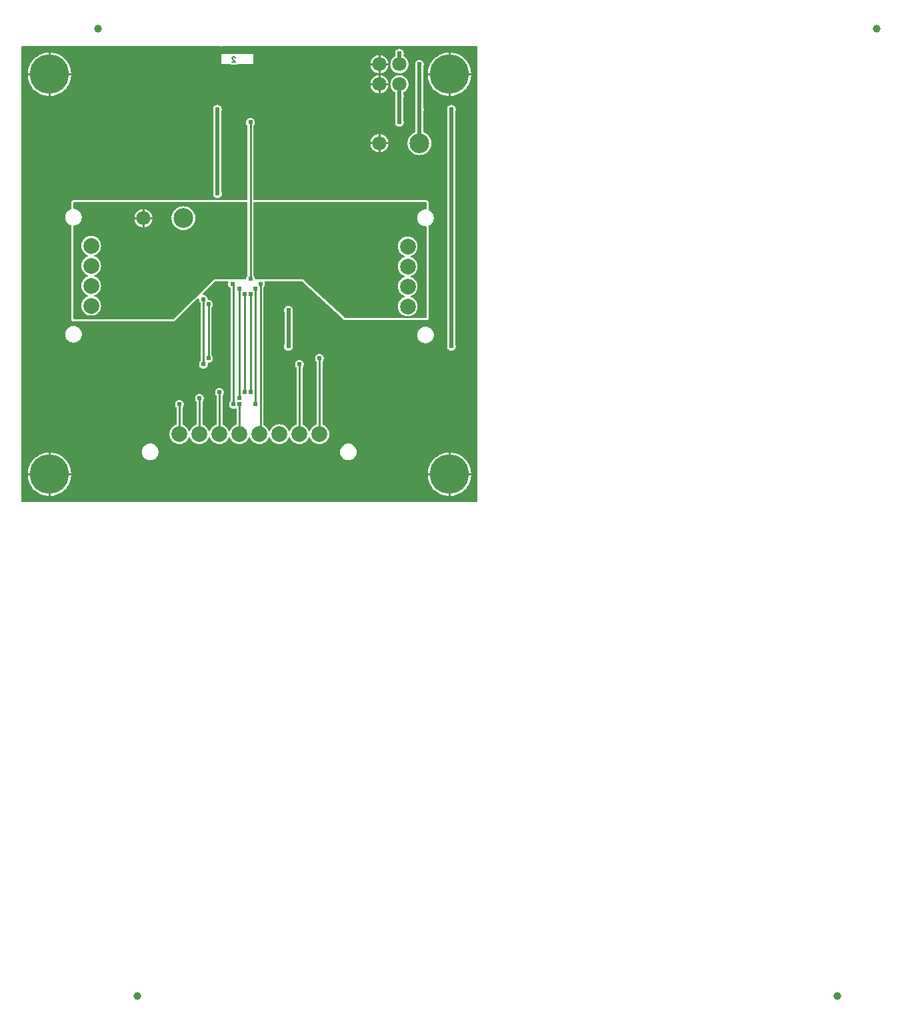
<source format=gbl>
G04 Layer: BottomLayer*
G04 Panelize: V-CUT, Column: 2, Row: 2, Board Size: 58.42mm x 58.42mm, Panelized Board Size: 118.84mm x 118.84mm*
G04 EasyEDA v6.5.34, 2023-09-29 09:18:30*
G04 c9dbed2a3e91448aa0af638ac9ff533e,5a6b42c53f6a479593ecc07194224c93,10*
G04 Gerber Generator version 0.2*
G04 Scale: 100 percent, Rotated: No, Reflected: No *
G04 Dimensions in millimeters *
G04 leading zeros omitted , absolute positions ,4 integer and 5 decimal *
%FSLAX45Y45*%
%MOMM*%

%ADD10C,0.1524*%
%ADD11C,0.5000*%
%ADD12C,0.2540*%
%ADD13C,1.0000*%
%ADD14C,5.0000*%
%ADD15C,1.8000*%
%ADD16C,2.0000*%
%ADD17C,2.5000*%
%ADD18C,0.6096*%
%ADD19C,0.0170*%

%LPD*%
G36*
X5805932Y25908D02*
G01*
X36068Y26416D01*
X32156Y27178D01*
X28905Y29413D01*
X26670Y32664D01*
X25908Y36576D01*
X25908Y5805932D01*
X26670Y5809843D01*
X28905Y5813094D01*
X32156Y5815330D01*
X36068Y5816092D01*
X2555240Y5816092D01*
X2559151Y5815330D01*
X2562402Y5813094D01*
X2564638Y5809843D01*
X2565400Y5805932D01*
X2566162Y5809843D01*
X2568397Y5813094D01*
X2571648Y5815330D01*
X2575560Y5816092D01*
X5805932Y5816092D01*
X5809843Y5815330D01*
X5813094Y5813094D01*
X5815330Y5809843D01*
X5816092Y5805932D01*
X5816092Y36068D01*
X5815330Y32207D01*
X5813094Y28905D01*
X5809843Y26670D01*
G37*

%LPC*%
G36*
X4584700Y4597400D02*
G01*
X4687112Y4597400D01*
X4686960Y4599228D01*
X4684268Y4613503D01*
X4679746Y4627372D01*
X4673549Y4640529D01*
X4665776Y4652822D01*
X4656480Y4664049D01*
X4645863Y4674006D01*
X4634077Y4682540D01*
X4621326Y4689551D01*
X4607814Y4694936D01*
X4593691Y4698542D01*
X4584700Y4699660D01*
G37*
G36*
X5448300Y105613D02*
G01*
X5448300Y368300D01*
X5185410Y368300D01*
X5187289Y346405D01*
X5191150Y323646D01*
X5196890Y301244D01*
X5204460Y279450D01*
X5213858Y258317D01*
X5224983Y238099D01*
X5237784Y218846D01*
X5252161Y200710D01*
X5267960Y183896D01*
X5285130Y168402D01*
X5303520Y154432D01*
X5323027Y142087D01*
X5343499Y131368D01*
X5364835Y122428D01*
X5386781Y115265D01*
X5409285Y109982D01*
X5432145Y106629D01*
G37*
G36*
X368300Y105613D02*
G01*
X368300Y368300D01*
X105410Y368300D01*
X107289Y346405D01*
X111150Y323646D01*
X116890Y301244D01*
X124460Y279450D01*
X133858Y258317D01*
X144983Y238099D01*
X157784Y218846D01*
X172161Y200710D01*
X187960Y183896D01*
X205130Y168402D01*
X223520Y154432D01*
X243027Y142087D01*
X263499Y131368D01*
X284835Y122428D01*
X306781Y115265D01*
X329285Y109982D01*
X352145Y106629D01*
G37*
G36*
X5473700Y393700D02*
G01*
X5736336Y393700D01*
X5735929Y404063D01*
X5733034Y427024D01*
X5728208Y449630D01*
X5721553Y471728D01*
X5713018Y493217D01*
X5702757Y513892D01*
X5690819Y533704D01*
X5677204Y552348D01*
X5662117Y569874D01*
X5645607Y586028D01*
X5627827Y600760D01*
X5608828Y613968D01*
X5588812Y625500D01*
X5567934Y635355D01*
X5546242Y643382D01*
X5523992Y649630D01*
X5501284Y653948D01*
X5478322Y656336D01*
X5473700Y656437D01*
G37*
G36*
X393700Y393700D02*
G01*
X656336Y393700D01*
X655929Y404063D01*
X653034Y427024D01*
X648208Y449630D01*
X641553Y471728D01*
X633018Y493217D01*
X622757Y513892D01*
X610819Y533704D01*
X597204Y552348D01*
X582117Y569874D01*
X565607Y586028D01*
X547827Y600760D01*
X528828Y613968D01*
X508812Y625500D01*
X487934Y635355D01*
X466242Y643382D01*
X443992Y649630D01*
X421284Y653948D01*
X398322Y656336D01*
X393700Y656437D01*
G37*
G36*
X5185410Y393700D02*
G01*
X5448300Y393700D01*
X5448300Y656386D01*
X5432145Y655370D01*
X5409285Y652018D01*
X5386781Y646734D01*
X5364835Y639572D01*
X5343499Y630631D01*
X5323027Y619912D01*
X5303520Y607568D01*
X5285130Y593598D01*
X5267960Y578104D01*
X5252161Y561289D01*
X5237784Y543153D01*
X5224983Y523900D01*
X5213858Y503682D01*
X5204460Y482549D01*
X5196890Y460756D01*
X5191150Y438353D01*
X5187289Y415594D01*
G37*
G36*
X105410Y393700D02*
G01*
X368300Y393700D01*
X368300Y656386D01*
X352145Y655370D01*
X329285Y652018D01*
X306781Y646734D01*
X284835Y639572D01*
X263499Y630631D01*
X243027Y619912D01*
X223520Y607568D01*
X205130Y593598D01*
X187960Y578104D01*
X172161Y561289D01*
X157784Y543153D01*
X144983Y523900D01*
X133858Y503682D01*
X124460Y482549D01*
X116890Y460756D01*
X111150Y438353D01*
X107289Y415594D01*
G37*
G36*
X1660398Y558139D02*
G01*
X1674215Y559003D01*
X1687779Y561746D01*
X1700936Y566166D01*
X1713331Y572312D01*
X1724863Y579983D01*
X1735277Y589127D01*
X1744421Y599541D01*
X1752092Y611073D01*
X1758238Y623468D01*
X1762658Y636625D01*
X1765401Y650189D01*
X1766265Y664006D01*
X1765401Y677824D01*
X1762658Y691388D01*
X1758238Y704545D01*
X1752092Y716940D01*
X1744421Y728472D01*
X1735277Y738886D01*
X1724863Y748030D01*
X1713331Y755700D01*
X1700936Y761847D01*
X1687779Y766267D01*
X1674215Y769010D01*
X1660398Y769874D01*
X1646580Y769010D01*
X1633016Y766267D01*
X1619859Y761847D01*
X1607464Y755700D01*
X1595932Y748030D01*
X1585518Y738886D01*
X1576374Y728472D01*
X1568704Y716940D01*
X1562557Y704545D01*
X1558137Y691388D01*
X1555394Y677824D01*
X1554530Y664006D01*
X1555394Y650189D01*
X1558137Y636625D01*
X1562557Y623468D01*
X1568704Y611073D01*
X1576374Y599541D01*
X1585518Y589127D01*
X1595932Y579983D01*
X1607464Y572312D01*
X1619859Y566166D01*
X1633016Y561746D01*
X1646580Y559003D01*
G37*
G36*
X4176420Y558139D02*
G01*
X4190237Y559003D01*
X4203801Y561746D01*
X4216908Y566166D01*
X4229354Y572312D01*
X4240834Y579983D01*
X4251248Y589127D01*
X4260392Y599541D01*
X4268114Y611073D01*
X4274210Y623468D01*
X4278680Y636625D01*
X4281373Y650189D01*
X4282287Y664006D01*
X4281373Y677824D01*
X4278680Y691388D01*
X4274210Y704545D01*
X4268114Y716940D01*
X4260392Y728472D01*
X4251248Y738886D01*
X4240834Y748030D01*
X4229354Y755700D01*
X4216908Y761847D01*
X4203801Y766267D01*
X4190237Y769010D01*
X4176420Y769874D01*
X4162551Y769010D01*
X4148988Y766267D01*
X4135882Y761847D01*
X4123436Y755700D01*
X4111955Y748030D01*
X4101541Y738886D01*
X4092397Y728472D01*
X4084675Y716940D01*
X4078579Y704545D01*
X4074109Y691388D01*
X4071416Y677824D01*
X4070502Y664006D01*
X4071416Y650189D01*
X4074109Y636625D01*
X4078579Y623468D01*
X4084675Y611073D01*
X4092397Y599541D01*
X4101541Y589127D01*
X4111955Y579983D01*
X4123436Y572312D01*
X4135882Y566166D01*
X4148988Y561746D01*
X4162551Y559003D01*
G37*
G36*
X2032000Y763117D02*
G01*
X2047189Y764032D01*
X2062124Y766775D01*
X2076653Y771296D01*
X2090521Y777544D01*
X2103526Y785418D01*
X2115464Y794766D01*
X2126234Y805535D01*
X2135581Y817473D01*
X2143455Y830478D01*
X2149754Y844397D01*
X2151938Y847598D01*
X2155190Y849680D01*
X2159000Y850392D01*
X2162810Y849680D01*
X2166061Y847598D01*
X2168245Y844397D01*
X2174544Y830478D01*
X2182418Y817473D01*
X2191766Y805535D01*
X2202535Y794766D01*
X2214473Y785418D01*
X2227478Y777544D01*
X2241346Y771296D01*
X2255875Y766775D01*
X2270810Y764032D01*
X2286000Y763117D01*
X2301189Y764032D01*
X2316124Y766775D01*
X2330653Y771296D01*
X2344521Y777544D01*
X2357526Y785418D01*
X2369464Y794766D01*
X2380234Y805535D01*
X2389581Y817473D01*
X2397455Y830478D01*
X2403754Y844397D01*
X2405938Y847598D01*
X2409190Y849680D01*
X2413000Y850392D01*
X2416810Y849680D01*
X2420061Y847598D01*
X2422245Y844397D01*
X2428544Y830478D01*
X2436418Y817473D01*
X2445766Y805535D01*
X2456535Y794766D01*
X2468473Y785418D01*
X2481478Y777544D01*
X2495346Y771296D01*
X2509875Y766775D01*
X2524810Y764032D01*
X2540000Y763117D01*
X2555189Y764032D01*
X2570124Y766775D01*
X2584653Y771296D01*
X2598521Y777544D01*
X2611526Y785418D01*
X2623464Y794766D01*
X2634234Y805535D01*
X2643581Y817473D01*
X2651455Y830478D01*
X2657754Y844397D01*
X2659938Y847598D01*
X2663190Y849680D01*
X2667000Y850392D01*
X2670810Y849680D01*
X2674061Y847598D01*
X2676245Y844397D01*
X2682544Y830478D01*
X2690418Y817473D01*
X2699766Y805535D01*
X2710535Y794766D01*
X2722473Y785418D01*
X2735478Y777544D01*
X2749346Y771296D01*
X2763875Y766775D01*
X2778810Y764032D01*
X2794000Y763117D01*
X2809189Y764032D01*
X2824124Y766775D01*
X2838653Y771296D01*
X2852521Y777544D01*
X2865526Y785418D01*
X2877464Y794766D01*
X2888234Y805535D01*
X2897581Y817473D01*
X2905455Y830478D01*
X2911754Y844397D01*
X2913938Y847598D01*
X2917190Y849680D01*
X2921000Y850392D01*
X2924810Y849680D01*
X2928061Y847598D01*
X2930245Y844397D01*
X2936544Y830478D01*
X2944418Y817473D01*
X2953766Y805535D01*
X2964535Y794766D01*
X2976473Y785418D01*
X2989478Y777544D01*
X3003346Y771296D01*
X3017875Y766775D01*
X3032810Y764032D01*
X3048000Y763117D01*
X3063189Y764032D01*
X3078124Y766775D01*
X3092653Y771296D01*
X3106521Y777544D01*
X3119526Y785418D01*
X3131464Y794766D01*
X3142234Y805535D01*
X3151581Y817473D01*
X3159455Y830478D01*
X3165754Y844397D01*
X3167938Y847598D01*
X3171190Y849680D01*
X3175000Y850392D01*
X3178810Y849680D01*
X3182061Y847598D01*
X3184245Y844397D01*
X3190544Y830478D01*
X3198418Y817473D01*
X3207766Y805535D01*
X3218535Y794766D01*
X3230473Y785418D01*
X3243478Y777544D01*
X3257346Y771296D01*
X3271875Y766775D01*
X3286810Y764032D01*
X3302000Y763117D01*
X3317189Y764032D01*
X3332124Y766775D01*
X3346653Y771296D01*
X3360521Y777544D01*
X3373526Y785418D01*
X3385464Y794766D01*
X3396234Y805535D01*
X3405581Y817473D01*
X3413455Y830478D01*
X3419754Y844397D01*
X3421938Y847598D01*
X3425190Y849680D01*
X3429000Y850392D01*
X3432810Y849680D01*
X3436061Y847598D01*
X3438245Y844397D01*
X3444544Y830478D01*
X3452418Y817473D01*
X3461765Y805535D01*
X3472535Y794766D01*
X3484473Y785418D01*
X3497478Y777544D01*
X3511346Y771296D01*
X3525875Y766775D01*
X3540810Y764032D01*
X3556000Y763117D01*
X3571189Y764032D01*
X3586124Y766775D01*
X3600653Y771296D01*
X3614521Y777544D01*
X3627526Y785418D01*
X3639464Y794766D01*
X3650234Y805535D01*
X3659581Y817473D01*
X3667455Y830478D01*
X3673754Y844397D01*
X3675938Y847598D01*
X3679190Y849680D01*
X3683000Y850392D01*
X3686810Y849680D01*
X3690061Y847598D01*
X3692245Y844397D01*
X3698544Y830478D01*
X3706418Y817473D01*
X3715765Y805535D01*
X3726535Y794766D01*
X3738473Y785418D01*
X3751478Y777544D01*
X3765346Y771296D01*
X3779875Y766775D01*
X3794810Y764032D01*
X3810000Y763117D01*
X3825189Y764032D01*
X3840124Y766775D01*
X3854653Y771296D01*
X3868521Y777544D01*
X3881526Y785418D01*
X3893464Y794766D01*
X3904234Y805535D01*
X3913581Y817473D01*
X3921455Y830478D01*
X3927703Y844346D01*
X3932224Y858875D01*
X3934968Y873810D01*
X3935882Y889000D01*
X3934968Y904189D01*
X3932224Y919124D01*
X3927703Y933653D01*
X3921455Y947521D01*
X3913581Y960526D01*
X3904234Y972464D01*
X3893464Y983234D01*
X3881526Y992581D01*
X3868521Y1000455D01*
X3854602Y1006703D01*
X3851452Y1008938D01*
X3849319Y1012190D01*
X3848608Y1016000D01*
X3848608Y1809191D01*
X3849370Y1813102D01*
X3851605Y1816404D01*
X3853179Y1817979D01*
X3858818Y1826006D01*
X3862933Y1834946D01*
X3865473Y1844395D01*
X3866337Y1854200D01*
X3865473Y1864004D01*
X3862933Y1873453D01*
X3858818Y1882393D01*
X3853179Y1890420D01*
X3846220Y1897380D01*
X3838194Y1903018D01*
X3829253Y1907133D01*
X3819804Y1909673D01*
X3810000Y1910537D01*
X3800195Y1909673D01*
X3790746Y1907133D01*
X3781806Y1903018D01*
X3773779Y1897380D01*
X3766820Y1890420D01*
X3761181Y1882393D01*
X3757066Y1873453D01*
X3754526Y1864004D01*
X3753662Y1854200D01*
X3754526Y1844395D01*
X3757066Y1834946D01*
X3761181Y1826006D01*
X3766820Y1817979D01*
X3768394Y1816404D01*
X3770629Y1813102D01*
X3771392Y1809191D01*
X3771392Y1016000D01*
X3770680Y1012190D01*
X3768547Y1008938D01*
X3765397Y1006703D01*
X3751478Y1000455D01*
X3738473Y992581D01*
X3726535Y983234D01*
X3715765Y972464D01*
X3706418Y960526D01*
X3698544Y947521D01*
X3692245Y933602D01*
X3690061Y930402D01*
X3686810Y928319D01*
X3683000Y927608D01*
X3679190Y928319D01*
X3675938Y930402D01*
X3673754Y933602D01*
X3667455Y947521D01*
X3659581Y960526D01*
X3650234Y972464D01*
X3639464Y983234D01*
X3627526Y992581D01*
X3614521Y1000455D01*
X3600602Y1006703D01*
X3597452Y1008938D01*
X3595319Y1012190D01*
X3594608Y1016000D01*
X3594608Y1732991D01*
X3595370Y1736902D01*
X3597605Y1740204D01*
X3599179Y1741779D01*
X3604818Y1749806D01*
X3608933Y1758746D01*
X3611473Y1768195D01*
X3612337Y1778000D01*
X3611473Y1787804D01*
X3608933Y1797253D01*
X3604818Y1806193D01*
X3599179Y1814220D01*
X3592220Y1821180D01*
X3584194Y1826818D01*
X3575253Y1830933D01*
X3565804Y1833473D01*
X3556000Y1834337D01*
X3546195Y1833473D01*
X3536746Y1830933D01*
X3527806Y1826818D01*
X3519779Y1821180D01*
X3512820Y1814220D01*
X3507181Y1806193D01*
X3503066Y1797253D01*
X3500526Y1787804D01*
X3499662Y1778000D01*
X3500526Y1768195D01*
X3503066Y1758746D01*
X3507181Y1749806D01*
X3512820Y1741779D01*
X3514394Y1740204D01*
X3516629Y1736902D01*
X3517392Y1732991D01*
X3517392Y1016000D01*
X3516680Y1012190D01*
X3514547Y1008938D01*
X3511397Y1006703D01*
X3497478Y1000455D01*
X3484473Y992581D01*
X3472535Y983234D01*
X3461765Y972464D01*
X3452418Y960526D01*
X3444544Y947521D01*
X3438245Y933602D01*
X3436061Y930402D01*
X3432810Y928319D01*
X3429000Y927608D01*
X3425190Y928319D01*
X3421938Y930402D01*
X3419754Y933602D01*
X3413455Y947521D01*
X3405581Y960526D01*
X3396234Y972464D01*
X3385464Y983234D01*
X3373526Y992581D01*
X3360521Y1000455D01*
X3346653Y1006703D01*
X3332124Y1011224D01*
X3317189Y1013968D01*
X3302000Y1014882D01*
X3286810Y1013968D01*
X3271875Y1011224D01*
X3257346Y1006703D01*
X3243478Y1000455D01*
X3230473Y992581D01*
X3218535Y983234D01*
X3207766Y972464D01*
X3198418Y960526D01*
X3190544Y947521D01*
X3184245Y933602D01*
X3182061Y930402D01*
X3178810Y928319D01*
X3175000Y927608D01*
X3171190Y928319D01*
X3167938Y930402D01*
X3165754Y933602D01*
X3159455Y947521D01*
X3151581Y960526D01*
X3142234Y972464D01*
X3131464Y983234D01*
X3119526Y992581D01*
X3102152Y1003249D01*
X3100019Y1006500D01*
X3099308Y1010259D01*
X3099308Y2753055D01*
X3100070Y2756966D01*
X3102305Y2760268D01*
X3103880Y2761843D01*
X3109518Y2769870D01*
X3113633Y2778810D01*
X3116173Y2788259D01*
X3117037Y2798064D01*
X3116173Y2807868D01*
X3112770Y2821279D01*
X3113532Y2825191D01*
X3115716Y2828544D01*
X3119018Y2830779D01*
X3122930Y2831592D01*
X3580180Y2831592D01*
X3583838Y2830931D01*
X3586987Y2828950D01*
X4122674Y2343099D01*
X4128973Y2338933D01*
X4134459Y2337003D01*
X4140758Y2336292D01*
X5168341Y2336292D01*
X5174640Y2337003D01*
X5180126Y2338933D01*
X5185003Y2341981D01*
X5189118Y2346096D01*
X5192166Y2350973D01*
X5194096Y2356459D01*
X5194808Y2362758D01*
X5194808Y3531615D01*
X5195519Y3535273D01*
X5197500Y3538474D01*
X5200497Y3540709D01*
X5209184Y3544976D01*
X5220665Y3552698D01*
X5231079Y3561842D01*
X5240223Y3572256D01*
X5247944Y3583736D01*
X5254040Y3596182D01*
X5258511Y3609289D01*
X5261203Y3622852D01*
X5262118Y3636670D01*
X5261203Y3650538D01*
X5258511Y3664102D01*
X5254040Y3677208D01*
X5247944Y3689654D01*
X5240223Y3701135D01*
X5231079Y3711549D01*
X5220665Y3720693D01*
X5209184Y3728415D01*
X5200497Y3732682D01*
X5197500Y3734917D01*
X5195519Y3738118D01*
X5194808Y3741775D01*
X5194808Y3834841D01*
X5194096Y3841140D01*
X5192166Y3846626D01*
X5189118Y3851503D01*
X5185003Y3855618D01*
X5180126Y3858666D01*
X5174640Y3860596D01*
X5168341Y3861308D01*
X2982468Y3861308D01*
X2978556Y3862070D01*
X2975305Y3864305D01*
X2973070Y3867556D01*
X2972308Y3871468D01*
X2972308Y4806391D01*
X2973070Y4810302D01*
X2975305Y4813604D01*
X2976880Y4815179D01*
X2982518Y4823206D01*
X2986633Y4832146D01*
X2989173Y4841595D01*
X2990037Y4851400D01*
X2989173Y4861204D01*
X2986633Y4870653D01*
X2982518Y4879594D01*
X2976880Y4887620D01*
X2969920Y4894580D01*
X2961894Y4900218D01*
X2952953Y4904333D01*
X2943504Y4906873D01*
X2933700Y4907737D01*
X2923895Y4906873D01*
X2914446Y4904333D01*
X2905506Y4900218D01*
X2897479Y4894580D01*
X2890520Y4887620D01*
X2884881Y4879594D01*
X2880766Y4870653D01*
X2878226Y4861204D01*
X2877362Y4851400D01*
X2878226Y4841595D01*
X2880766Y4832146D01*
X2884881Y4823206D01*
X2890520Y4815179D01*
X2892094Y4813604D01*
X2894330Y4810302D01*
X2895092Y4806391D01*
X2895092Y3871468D01*
X2894330Y3867556D01*
X2892094Y3864305D01*
X2888843Y3862070D01*
X2884932Y3861308D01*
X686358Y3861308D01*
X680059Y3860596D01*
X674573Y3858666D01*
X669696Y3855618D01*
X665581Y3851503D01*
X662533Y3846626D01*
X660603Y3841140D01*
X659892Y3834841D01*
X659892Y3754983D01*
X659028Y3750868D01*
X656590Y3747465D01*
X652983Y3745331D01*
X645261Y3742740D01*
X632866Y3736594D01*
X621334Y3728923D01*
X610920Y3719779D01*
X601776Y3709365D01*
X594106Y3697833D01*
X587959Y3685438D01*
X583539Y3672281D01*
X580796Y3658717D01*
X579932Y3644900D01*
X580796Y3631082D01*
X583539Y3617518D01*
X587959Y3604361D01*
X594106Y3591966D01*
X601776Y3580434D01*
X610920Y3570020D01*
X621334Y3560876D01*
X632866Y3553206D01*
X645261Y3547059D01*
X652983Y3544468D01*
X656590Y3542334D01*
X659028Y3538931D01*
X659892Y3534816D01*
X659892Y2350058D01*
X660603Y2343759D01*
X662533Y2338273D01*
X665581Y2333396D01*
X669696Y2329281D01*
X674573Y2326233D01*
X680059Y2324303D01*
X686358Y2323592D01*
X1955546Y2323592D01*
X1961642Y2324252D01*
X1967077Y2326182D01*
X1972005Y2329281D01*
X1974088Y2331110D01*
X2263444Y2613456D01*
X2266899Y2615641D01*
X2270912Y2616301D01*
X2274874Y2615336D01*
X2278126Y2612898D01*
X2280158Y2609342D01*
X2280666Y2605278D01*
X2280462Y2602992D01*
X2281326Y2593187D01*
X2283866Y2583738D01*
X2287981Y2574798D01*
X2293620Y2566771D01*
X2295194Y2565196D01*
X2297430Y2561894D01*
X2298192Y2557983D01*
X2298192Y1823008D01*
X2297430Y1819097D01*
X2295194Y1815795D01*
X2293620Y1814220D01*
X2287981Y1806193D01*
X2283866Y1797253D01*
X2281326Y1787804D01*
X2280462Y1778000D01*
X2281326Y1768195D01*
X2283866Y1758746D01*
X2287981Y1749806D01*
X2293620Y1741779D01*
X2300579Y1734820D01*
X2308606Y1729181D01*
X2317546Y1725066D01*
X2326995Y1722526D01*
X2336800Y1721662D01*
X2346604Y1722526D01*
X2356053Y1725066D01*
X2364994Y1729181D01*
X2373020Y1734820D01*
X2379980Y1741779D01*
X2385618Y1749806D01*
X2389733Y1758746D01*
X2392273Y1768195D01*
X2393137Y1778000D01*
X2392375Y1786940D01*
X2392781Y1790903D01*
X2394712Y1794357D01*
X2397810Y1796846D01*
X2401620Y1797964D01*
X2410104Y1798726D01*
X2419553Y1801266D01*
X2428494Y1805381D01*
X2436520Y1811020D01*
X2443480Y1817979D01*
X2449118Y1826006D01*
X2453233Y1834946D01*
X2455773Y1844395D01*
X2456637Y1854200D01*
X2455773Y1864004D01*
X2453233Y1873453D01*
X2449118Y1882393D01*
X2443480Y1890420D01*
X2441905Y1891995D01*
X2439670Y1895297D01*
X2438908Y1899208D01*
X2438908Y2493213D01*
X2439670Y2497124D01*
X2441905Y2500426D01*
X2443480Y2502001D01*
X2449118Y2510028D01*
X2453233Y2518968D01*
X2455773Y2528417D01*
X2456637Y2538222D01*
X2455773Y2548026D01*
X2453233Y2557475D01*
X2449118Y2566416D01*
X2443480Y2574442D01*
X2436520Y2581402D01*
X2428494Y2587040D01*
X2419553Y2591155D01*
X2410104Y2593695D01*
X2402332Y2594406D01*
X2398928Y2595321D01*
X2396032Y2597353D01*
X2394000Y2600198D01*
X2393086Y2603601D01*
X2392273Y2612796D01*
X2389733Y2622245D01*
X2385618Y2631186D01*
X2379980Y2639212D01*
X2373020Y2646172D01*
X2364994Y2651810D01*
X2356053Y2655925D01*
X2346604Y2658465D01*
X2336241Y2659278D01*
X2332126Y2659786D01*
X2328570Y2661869D01*
X2326132Y2665171D01*
X2325217Y2669184D01*
X2325979Y2673248D01*
X2328265Y2676702D01*
X2484069Y2828696D01*
X2487371Y2830830D01*
X2491181Y2831592D01*
X2642870Y2831592D01*
X2646781Y2830779D01*
X2650083Y2828544D01*
X2652268Y2825191D01*
X2653030Y2821279D01*
X2649626Y2807868D01*
X2648762Y2798064D01*
X2649626Y2788259D01*
X2652166Y2778810D01*
X2656281Y2769870D01*
X2661920Y2761843D01*
X2668879Y2754884D01*
X2674874Y2750718D01*
X2677160Y2748432D01*
X2678684Y2745587D01*
X2679192Y2742387D01*
X2679192Y1315008D01*
X2678430Y1311097D01*
X2676194Y1307795D01*
X2674620Y1306220D01*
X2668981Y1298194D01*
X2664866Y1289253D01*
X2662326Y1279804D01*
X2661462Y1270000D01*
X2662326Y1260195D01*
X2664866Y1250746D01*
X2668981Y1241806D01*
X2674620Y1233779D01*
X2681579Y1226820D01*
X2689606Y1221181D01*
X2698546Y1217066D01*
X2707995Y1214526D01*
X2717800Y1213662D01*
X2727604Y1214526D01*
X2737053Y1217066D01*
X2740914Y1218844D01*
X2744876Y1219809D01*
X2748889Y1219149D01*
X2752293Y1216964D01*
X2754579Y1213612D01*
X2755392Y1209649D01*
X2755392Y1016000D01*
X2754680Y1012190D01*
X2752547Y1008938D01*
X2749397Y1006703D01*
X2735478Y1000455D01*
X2722473Y992581D01*
X2710535Y983234D01*
X2699766Y972464D01*
X2690418Y960526D01*
X2682544Y947521D01*
X2676245Y933602D01*
X2674061Y930402D01*
X2670810Y928319D01*
X2667000Y927608D01*
X2663190Y928319D01*
X2659938Y930402D01*
X2657754Y933602D01*
X2651455Y947521D01*
X2643581Y960526D01*
X2634234Y972464D01*
X2623464Y983234D01*
X2611526Y992581D01*
X2598521Y1000455D01*
X2584602Y1006703D01*
X2581452Y1008938D01*
X2579319Y1012190D01*
X2578608Y1016000D01*
X2578608Y1377391D01*
X2579370Y1381302D01*
X2581605Y1384604D01*
X2583180Y1386179D01*
X2588818Y1394206D01*
X2592933Y1403146D01*
X2595473Y1412595D01*
X2596337Y1422400D01*
X2595473Y1432204D01*
X2592933Y1441653D01*
X2588818Y1450594D01*
X2583180Y1458620D01*
X2576220Y1465580D01*
X2568194Y1471218D01*
X2559253Y1475333D01*
X2549804Y1477873D01*
X2540000Y1478737D01*
X2530195Y1477873D01*
X2520746Y1475333D01*
X2511806Y1471218D01*
X2503779Y1465580D01*
X2496820Y1458620D01*
X2491181Y1450594D01*
X2487066Y1441653D01*
X2484526Y1432204D01*
X2483662Y1422400D01*
X2484526Y1412595D01*
X2487066Y1403146D01*
X2491181Y1394206D01*
X2496820Y1386179D01*
X2498394Y1384604D01*
X2500630Y1381302D01*
X2501392Y1377391D01*
X2501392Y1016000D01*
X2500680Y1012190D01*
X2498547Y1008938D01*
X2495397Y1006703D01*
X2481478Y1000455D01*
X2468473Y992581D01*
X2456535Y983234D01*
X2445766Y972464D01*
X2436418Y960526D01*
X2428544Y947521D01*
X2422245Y933602D01*
X2420061Y930402D01*
X2416810Y928319D01*
X2413000Y927608D01*
X2409190Y928319D01*
X2405938Y930402D01*
X2403754Y933602D01*
X2397455Y947521D01*
X2389581Y960526D01*
X2380234Y972464D01*
X2369464Y983234D01*
X2357526Y992581D01*
X2344521Y1000455D01*
X2330602Y1006703D01*
X2327452Y1008938D01*
X2325319Y1012190D01*
X2324608Y1016000D01*
X2324608Y1301191D01*
X2325370Y1305102D01*
X2327605Y1308404D01*
X2329180Y1309979D01*
X2334818Y1318006D01*
X2338933Y1326946D01*
X2341473Y1336395D01*
X2342337Y1346200D01*
X2341473Y1356004D01*
X2338933Y1365453D01*
X2334818Y1374394D01*
X2329180Y1382420D01*
X2322220Y1389380D01*
X2314194Y1395018D01*
X2305253Y1399133D01*
X2295804Y1401673D01*
X2286000Y1402537D01*
X2276195Y1401673D01*
X2266746Y1399133D01*
X2257806Y1395018D01*
X2249779Y1389380D01*
X2242820Y1382420D01*
X2237181Y1374394D01*
X2233066Y1365453D01*
X2230526Y1356004D01*
X2229662Y1346200D01*
X2230526Y1336395D01*
X2233066Y1326946D01*
X2237181Y1318006D01*
X2242820Y1309979D01*
X2244394Y1308404D01*
X2246630Y1305102D01*
X2247392Y1301191D01*
X2247392Y1016000D01*
X2246680Y1012190D01*
X2244547Y1008938D01*
X2241397Y1006703D01*
X2227478Y1000455D01*
X2214473Y992581D01*
X2202535Y983234D01*
X2191766Y972464D01*
X2182418Y960526D01*
X2174544Y947521D01*
X2168245Y933602D01*
X2166061Y930402D01*
X2162810Y928319D01*
X2159000Y927608D01*
X2155190Y928319D01*
X2151938Y930402D01*
X2149754Y933602D01*
X2143455Y947521D01*
X2135581Y960526D01*
X2126234Y972464D01*
X2115464Y983234D01*
X2103526Y992581D01*
X2090521Y1000455D01*
X2076602Y1006703D01*
X2073452Y1008938D01*
X2071319Y1012190D01*
X2070607Y1016000D01*
X2070607Y1224991D01*
X2071370Y1228902D01*
X2073605Y1232204D01*
X2075180Y1233779D01*
X2080818Y1241806D01*
X2084933Y1250746D01*
X2087473Y1260195D01*
X2088337Y1270000D01*
X2087473Y1279804D01*
X2084933Y1289253D01*
X2080818Y1298194D01*
X2075180Y1306220D01*
X2068220Y1313180D01*
X2060193Y1318818D01*
X2051253Y1322933D01*
X2041804Y1325473D01*
X2032000Y1326337D01*
X2022195Y1325473D01*
X2012746Y1322933D01*
X2003806Y1318818D01*
X1995779Y1313180D01*
X1988820Y1306220D01*
X1983181Y1298194D01*
X1979066Y1289253D01*
X1976526Y1279804D01*
X1975662Y1270000D01*
X1976526Y1260195D01*
X1979066Y1250746D01*
X1983181Y1241806D01*
X1988820Y1233779D01*
X1990394Y1232204D01*
X1992630Y1228902D01*
X1993392Y1224991D01*
X1993392Y1016000D01*
X1992680Y1012190D01*
X1990547Y1008938D01*
X1987397Y1006703D01*
X1973478Y1000455D01*
X1960473Y992581D01*
X1948535Y983234D01*
X1937766Y972464D01*
X1928418Y960526D01*
X1920544Y947521D01*
X1914296Y933653D01*
X1909775Y919124D01*
X1907032Y904189D01*
X1906117Y889000D01*
X1907032Y873810D01*
X1909775Y858875D01*
X1914296Y844346D01*
X1920544Y830478D01*
X1928418Y817473D01*
X1937766Y805535D01*
X1948535Y794766D01*
X1960473Y785418D01*
X1973478Y777544D01*
X1987346Y771296D01*
X2001875Y766775D01*
X2016810Y764032D01*
G37*
G36*
X4584700Y5600700D02*
G01*
X4687112Y5600700D01*
X4686960Y5602528D01*
X4684268Y5616803D01*
X4679746Y5630672D01*
X4673549Y5643829D01*
X4665776Y5656122D01*
X4656480Y5667349D01*
X4645863Y5677306D01*
X4634077Y5685840D01*
X4621326Y5692851D01*
X4607814Y5698236D01*
X4593691Y5701842D01*
X4584700Y5702960D01*
G37*
G36*
X4456887Y5600700D02*
G01*
X4559300Y5600700D01*
X4559300Y5702960D01*
X4550308Y5701842D01*
X4536186Y5698236D01*
X4522673Y5692851D01*
X4509922Y5685840D01*
X4498136Y5677306D01*
X4487519Y5667349D01*
X4478223Y5656122D01*
X4470450Y5643829D01*
X4464253Y5630672D01*
X4459732Y5616803D01*
X4457039Y5602528D01*
G37*
G36*
X2691688Y5583682D02*
G01*
X2750261Y5583682D01*
X2756560Y5584393D01*
X2764840Y5587593D01*
X2767634Y5588000D01*
X2970784Y5588000D01*
X2971800Y5589016D01*
X2971800Y5713984D01*
X2970784Y5715000D01*
X2763520Y5715000D01*
X2760167Y5715558D01*
X2756560Y5716828D01*
X2750261Y5717540D01*
X2691688Y5717540D01*
X2685389Y5716828D01*
X2681782Y5715558D01*
X2678430Y5715000D01*
X2575560Y5715000D01*
X2571648Y5715762D01*
X2568397Y5717997D01*
X2566162Y5721248D01*
X2565400Y5725160D01*
X2565400Y5589016D01*
X2566416Y5588000D01*
X2674315Y5588000D01*
X2677109Y5587593D01*
X2679903Y5586323D01*
X2685389Y5584393D01*
G37*
G36*
X105410Y5473700D02*
G01*
X368300Y5473700D01*
X368300Y5736386D01*
X352145Y5735370D01*
X329285Y5732018D01*
X306781Y5726734D01*
X284835Y5719572D01*
X263499Y5710631D01*
X243027Y5699912D01*
X223520Y5687568D01*
X205130Y5673598D01*
X187960Y5658104D01*
X172161Y5641289D01*
X157784Y5623153D01*
X144983Y5603900D01*
X133858Y5583682D01*
X124460Y5562549D01*
X116890Y5540756D01*
X111150Y5518353D01*
X107289Y5495594D01*
G37*
G36*
X5185410Y5473700D02*
G01*
X5448300Y5473700D01*
X5448300Y5736386D01*
X5432145Y5735370D01*
X5409285Y5732018D01*
X5386781Y5726734D01*
X5364835Y5719572D01*
X5343499Y5710631D01*
X5323027Y5699912D01*
X5303520Y5687568D01*
X5285130Y5673598D01*
X5267960Y5658104D01*
X5252161Y5641289D01*
X5237784Y5623153D01*
X5224983Y5603900D01*
X5213858Y5583682D01*
X5204460Y5562549D01*
X5196890Y5540756D01*
X5191150Y5518353D01*
X5187289Y5495594D01*
G37*
G36*
X393700Y5473700D02*
G01*
X656336Y5473700D01*
X655929Y5484063D01*
X653034Y5507024D01*
X648208Y5529630D01*
X641553Y5551728D01*
X633018Y5573217D01*
X622757Y5593892D01*
X610819Y5613704D01*
X597204Y5632348D01*
X582117Y5649874D01*
X565607Y5666028D01*
X547827Y5680760D01*
X528828Y5693968D01*
X508812Y5705500D01*
X487934Y5715355D01*
X466242Y5723382D01*
X443992Y5729630D01*
X421284Y5733948D01*
X398322Y5736336D01*
X393700Y5736437D01*
G37*
G36*
X5473700Y5473700D02*
G01*
X5736336Y5473700D01*
X5735929Y5484063D01*
X5733034Y5507024D01*
X5728208Y5529630D01*
X5721553Y5551728D01*
X5713018Y5573217D01*
X5702757Y5593892D01*
X5690819Y5613704D01*
X5677204Y5632348D01*
X5662117Y5649874D01*
X5645607Y5666028D01*
X5627827Y5680760D01*
X5608828Y5693968D01*
X5588812Y5705500D01*
X5567934Y5715355D01*
X5546242Y5723382D01*
X5523992Y5729630D01*
X5501284Y5733948D01*
X5478322Y5736336D01*
X5473700Y5736437D01*
G37*
G36*
X4559300Y5473039D02*
G01*
X4559300Y5575300D01*
X4456887Y5575300D01*
X4457039Y5573471D01*
X4459732Y5559196D01*
X4464253Y5545328D01*
X4470450Y5532170D01*
X4478223Y5519877D01*
X4487519Y5508650D01*
X4498136Y5498693D01*
X4509922Y5490159D01*
X4522673Y5483148D01*
X4536186Y5477764D01*
X4550308Y5474157D01*
G37*
G36*
X4584700Y5473039D02*
G01*
X4593691Y5474157D01*
X4607814Y5477764D01*
X4621326Y5483148D01*
X4634077Y5490159D01*
X4645863Y5498693D01*
X4656480Y5508650D01*
X4665776Y5519877D01*
X4673549Y5532170D01*
X4679746Y5545328D01*
X4684268Y5559196D01*
X4686960Y5573471D01*
X4687112Y5575300D01*
X4584700Y5575300D01*
G37*
G36*
X4818735Y5472328D02*
G01*
X4833264Y5472328D01*
X4847691Y5474157D01*
X4861814Y5477764D01*
X4875326Y5483148D01*
X4888077Y5490159D01*
X4899863Y5498693D01*
X4910480Y5508650D01*
X4919776Y5519877D01*
X4927549Y5532170D01*
X4933746Y5545328D01*
X4938268Y5559196D01*
X4940960Y5573471D01*
X4941874Y5588000D01*
X4940960Y5602528D01*
X4938268Y5616803D01*
X4933746Y5630672D01*
X4927549Y5643829D01*
X4919776Y5656122D01*
X4910480Y5667349D01*
X4899863Y5677306D01*
X4888077Y5685840D01*
X4882184Y5689092D01*
X4879390Y5691378D01*
X4877562Y5694476D01*
X4876901Y5697982D01*
X4876901Y5701792D01*
X4877866Y5706110D01*
X4878933Y5708446D01*
X4881473Y5717895D01*
X4882337Y5727700D01*
X4881473Y5737504D01*
X4878933Y5746953D01*
X4874818Y5755894D01*
X4869180Y5763920D01*
X4862220Y5770880D01*
X4854194Y5776518D01*
X4845253Y5780633D01*
X4835804Y5783173D01*
X4826000Y5784037D01*
X4816195Y5783173D01*
X4806746Y5780633D01*
X4797806Y5776518D01*
X4789779Y5770880D01*
X4782820Y5763920D01*
X4777181Y5755894D01*
X4773066Y5746953D01*
X4770526Y5737504D01*
X4769662Y5727700D01*
X4770526Y5717895D01*
X4773066Y5708446D01*
X4774133Y5706110D01*
X4775098Y5701792D01*
X4775098Y5697982D01*
X4774438Y5694476D01*
X4772609Y5691378D01*
X4769815Y5689092D01*
X4763922Y5685840D01*
X4752136Y5677306D01*
X4741519Y5667349D01*
X4732223Y5656122D01*
X4724450Y5643829D01*
X4718253Y5630672D01*
X4713732Y5616803D01*
X4711039Y5602528D01*
X4710125Y5588000D01*
X4711039Y5573471D01*
X4713732Y5559196D01*
X4718253Y5545328D01*
X4724450Y5532170D01*
X4732223Y5519877D01*
X4741519Y5508650D01*
X4752136Y5498693D01*
X4763922Y5490159D01*
X4776673Y5483148D01*
X4790186Y5477764D01*
X4804308Y5474157D01*
G37*
G36*
X4584700Y5346700D02*
G01*
X4687112Y5346700D01*
X4686960Y5348528D01*
X4684268Y5362803D01*
X4679746Y5376672D01*
X4673549Y5389829D01*
X4665776Y5402122D01*
X4656480Y5413349D01*
X4645863Y5423306D01*
X4634077Y5431840D01*
X4621326Y5438851D01*
X4607814Y5444236D01*
X4593691Y5447842D01*
X4584700Y5448960D01*
G37*
G36*
X4456887Y5346700D02*
G01*
X4559300Y5346700D01*
X4559300Y5448960D01*
X4550308Y5447842D01*
X4536186Y5444236D01*
X4522673Y5438851D01*
X4509922Y5431840D01*
X4498136Y5423306D01*
X4487519Y5413349D01*
X4478223Y5402122D01*
X4470450Y5389829D01*
X4464253Y5376672D01*
X4459732Y5362803D01*
X4457039Y5348528D01*
G37*
G36*
X4584700Y5219039D02*
G01*
X4593691Y5220157D01*
X4607814Y5223764D01*
X4621326Y5229148D01*
X4634077Y5236159D01*
X4645863Y5244693D01*
X4656480Y5254650D01*
X4665776Y5265877D01*
X4673549Y5278170D01*
X4679746Y5291328D01*
X4684268Y5305196D01*
X4686960Y5319471D01*
X4687112Y5321300D01*
X4584700Y5321300D01*
G37*
G36*
X393700Y105562D02*
G01*
X398322Y105664D01*
X421284Y108051D01*
X443992Y112369D01*
X466242Y118618D01*
X487934Y126644D01*
X508812Y136499D01*
X528828Y148031D01*
X547827Y161239D01*
X565607Y175971D01*
X582117Y192125D01*
X597204Y209600D01*
X610819Y228295D01*
X622757Y248107D01*
X633018Y268782D01*
X641553Y290271D01*
X648208Y312369D01*
X653034Y334975D01*
X655929Y357936D01*
X656336Y368300D01*
X393700Y368300D01*
G37*
G36*
X368300Y5185613D02*
G01*
X368300Y5448300D01*
X105410Y5448300D01*
X107289Y5426405D01*
X111150Y5403646D01*
X116890Y5381244D01*
X124460Y5359450D01*
X133858Y5338318D01*
X144983Y5318099D01*
X157784Y5298846D01*
X172161Y5280710D01*
X187960Y5263896D01*
X205130Y5248402D01*
X223520Y5234432D01*
X243027Y5222087D01*
X263499Y5211368D01*
X284835Y5202428D01*
X306781Y5195265D01*
X329285Y5189982D01*
X352145Y5186629D01*
G37*
G36*
X3416300Y1950262D02*
G01*
X3426104Y1951126D01*
X3435553Y1953666D01*
X3444494Y1957781D01*
X3452520Y1963420D01*
X3459479Y1970379D01*
X3465118Y1978406D01*
X3469233Y1987346D01*
X3471773Y1996795D01*
X3472637Y2006600D01*
X3471773Y2016404D01*
X3469233Y2025853D01*
X3468166Y2028189D01*
X3467201Y2032507D01*
X3467201Y2437892D01*
X3468166Y2442210D01*
X3469233Y2444546D01*
X3471773Y2453995D01*
X3472637Y2463800D01*
X3471773Y2473604D01*
X3469233Y2483053D01*
X3465118Y2491994D01*
X3459479Y2500020D01*
X3452520Y2506980D01*
X3444494Y2512618D01*
X3435553Y2516733D01*
X3426104Y2519273D01*
X3416300Y2520137D01*
X3406495Y2519273D01*
X3397046Y2516733D01*
X3388106Y2512618D01*
X3380079Y2506980D01*
X3373120Y2500020D01*
X3367481Y2491994D01*
X3363366Y2483053D01*
X3360826Y2473604D01*
X3359962Y2463800D01*
X3360826Y2453995D01*
X3363366Y2444546D01*
X3364433Y2442210D01*
X3365398Y2437892D01*
X3365398Y2032507D01*
X3364433Y2028189D01*
X3363366Y2025853D01*
X3360826Y2016404D01*
X3359962Y2006600D01*
X3360826Y1996795D01*
X3363366Y1987346D01*
X3367481Y1978406D01*
X3373120Y1970379D01*
X3380079Y1963420D01*
X3388106Y1957781D01*
X3397046Y1953666D01*
X3406495Y1951126D01*
G37*
G36*
X5486400Y1950262D02*
G01*
X5496204Y1951126D01*
X5505653Y1953666D01*
X5514594Y1957781D01*
X5522620Y1963420D01*
X5529580Y1970379D01*
X5535218Y1978406D01*
X5539333Y1987346D01*
X5541873Y1996795D01*
X5542737Y2006600D01*
X5541873Y2016404D01*
X5539333Y2025853D01*
X5538266Y2028189D01*
X5537301Y2032507D01*
X5537301Y4990592D01*
X5538266Y4994910D01*
X5539333Y4997246D01*
X5541873Y5006695D01*
X5542737Y5016500D01*
X5541873Y5026304D01*
X5539333Y5035753D01*
X5535218Y5044694D01*
X5529580Y5052720D01*
X5522620Y5059680D01*
X5514594Y5065318D01*
X5505653Y5069433D01*
X5496204Y5071973D01*
X5486400Y5072837D01*
X5476595Y5071973D01*
X5467146Y5069433D01*
X5458206Y5065318D01*
X5450179Y5059680D01*
X5443220Y5052720D01*
X5437581Y5044694D01*
X5433466Y5035753D01*
X5430926Y5026304D01*
X5430062Y5016500D01*
X5430926Y5006695D01*
X5433466Y4997246D01*
X5434533Y4994910D01*
X5435498Y4990592D01*
X5435498Y2032507D01*
X5434533Y2028189D01*
X5433466Y2025853D01*
X5430926Y2016404D01*
X5430062Y2006600D01*
X5430926Y1996795D01*
X5433466Y1987346D01*
X5437581Y1978406D01*
X5443220Y1970379D01*
X5450179Y1963420D01*
X5458206Y1957781D01*
X5467146Y1953666D01*
X5476595Y1951126D01*
G37*
G36*
X5156250Y2043734D02*
G01*
X5170068Y2044598D01*
X5183632Y2047341D01*
X5196738Y2051761D01*
X5209184Y2057907D01*
X5220665Y2065578D01*
X5231079Y2074722D01*
X5240223Y2085136D01*
X5247944Y2096668D01*
X5254040Y2109063D01*
X5258511Y2122220D01*
X5261203Y2135784D01*
X5262118Y2149602D01*
X5261203Y2163419D01*
X5258511Y2176983D01*
X5254040Y2190140D01*
X5247944Y2202535D01*
X5240223Y2214067D01*
X5231079Y2224481D01*
X5220665Y2233625D01*
X5209184Y2241296D01*
X5196738Y2247442D01*
X5183632Y2251862D01*
X5170068Y2254605D01*
X5156250Y2255469D01*
X5142382Y2254605D01*
X5128818Y2251862D01*
X5115712Y2247442D01*
X5103266Y2241296D01*
X5091785Y2233625D01*
X5081371Y2224481D01*
X5072227Y2214067D01*
X5064506Y2202535D01*
X5058410Y2190140D01*
X5053939Y2176983D01*
X5051247Y2163419D01*
X5050332Y2149602D01*
X5051247Y2135784D01*
X5053939Y2122220D01*
X5058410Y2109063D01*
X5064506Y2096668D01*
X5072227Y2085136D01*
X5081371Y2074722D01*
X5091785Y2065578D01*
X5103266Y2057907D01*
X5115712Y2051761D01*
X5128818Y2047341D01*
X5142382Y2044598D01*
G37*
G36*
X685800Y2051913D02*
G01*
X699617Y2052828D01*
X713181Y2055520D01*
X726338Y2059990D01*
X738733Y2066086D01*
X750265Y2073808D01*
X760679Y2082952D01*
X769823Y2093366D01*
X777494Y2104847D01*
X783640Y2117293D01*
X788060Y2130399D01*
X790803Y2143963D01*
X791667Y2157780D01*
X790803Y2171649D01*
X788060Y2185212D01*
X783640Y2198319D01*
X777494Y2210765D01*
X769823Y2222246D01*
X760679Y2232660D01*
X750265Y2241804D01*
X738733Y2249525D01*
X726338Y2255621D01*
X713181Y2260092D01*
X699617Y2262784D01*
X685800Y2263698D01*
X671982Y2262784D01*
X658418Y2260092D01*
X645261Y2255621D01*
X632866Y2249525D01*
X621334Y2241804D01*
X610920Y2232660D01*
X601776Y2222246D01*
X594106Y2210765D01*
X587959Y2198319D01*
X583539Y2185212D01*
X580796Y2171649D01*
X579932Y2157780D01*
X580796Y2143963D01*
X583539Y2130399D01*
X587959Y2117293D01*
X594106Y2104847D01*
X601776Y2093366D01*
X610920Y2082952D01*
X621334Y2073808D01*
X632866Y2066086D01*
X645261Y2059990D01*
X658418Y2055520D01*
X671982Y2052828D01*
G37*
G36*
X5448300Y5185613D02*
G01*
X5448300Y5448300D01*
X5185410Y5448300D01*
X5187289Y5426405D01*
X5191150Y5403646D01*
X5196890Y5381244D01*
X5204460Y5359450D01*
X5213858Y5338318D01*
X5224983Y5318099D01*
X5237784Y5298846D01*
X5252161Y5280710D01*
X5267960Y5263896D01*
X5285130Y5248402D01*
X5303520Y5234432D01*
X5323027Y5222087D01*
X5343499Y5211368D01*
X5364835Y5202428D01*
X5386781Y5195265D01*
X5409285Y5189982D01*
X5432145Y5186629D01*
G37*
G36*
X393700Y5185562D02*
G01*
X398322Y5185664D01*
X421284Y5188051D01*
X443992Y5192369D01*
X466242Y5198618D01*
X487934Y5206644D01*
X508812Y5216499D01*
X528828Y5228031D01*
X547827Y5241239D01*
X565607Y5255971D01*
X582117Y5272125D01*
X597204Y5289600D01*
X610819Y5308295D01*
X622757Y5328107D01*
X633018Y5348782D01*
X641553Y5370271D01*
X648208Y5392369D01*
X653034Y5414975D01*
X655929Y5437936D01*
X656336Y5448300D01*
X393700Y5448300D01*
G37*
G36*
X4456887Y4597400D02*
G01*
X4559300Y4597400D01*
X4559300Y4699660D01*
X4550308Y4698542D01*
X4536186Y4694936D01*
X4522673Y4689551D01*
X4509922Y4682540D01*
X4498136Y4674006D01*
X4487519Y4664049D01*
X4478223Y4652822D01*
X4470450Y4640529D01*
X4464253Y4627372D01*
X4459732Y4613503D01*
X4457039Y4599228D01*
G37*
G36*
X4559300Y4469739D02*
G01*
X4559300Y4572000D01*
X4456887Y4572000D01*
X4457039Y4570171D01*
X4459732Y4555896D01*
X4464253Y4542028D01*
X4470450Y4528870D01*
X4478223Y4516577D01*
X4487519Y4505350D01*
X4498136Y4495393D01*
X4509922Y4486859D01*
X4522673Y4479848D01*
X4536186Y4474464D01*
X4550308Y4470857D01*
G37*
G36*
X5473700Y105562D02*
G01*
X5478322Y105664D01*
X5501284Y108051D01*
X5523992Y112369D01*
X5546242Y118618D01*
X5567934Y126644D01*
X5588812Y136499D01*
X5608828Y148031D01*
X5627827Y161239D01*
X5645607Y175971D01*
X5662117Y192125D01*
X5677204Y209600D01*
X5690819Y228295D01*
X5702757Y248107D01*
X5713018Y268782D01*
X5721553Y290271D01*
X5728208Y312369D01*
X5733034Y334975D01*
X5735929Y357936D01*
X5736336Y368300D01*
X5473700Y368300D01*
G37*
G36*
X4584700Y4469739D02*
G01*
X4593691Y4470857D01*
X4607814Y4474464D01*
X4621326Y4479848D01*
X4634077Y4486859D01*
X4645863Y4495393D01*
X4656480Y4505350D01*
X4665776Y4516577D01*
X4673549Y4528870D01*
X4679746Y4542028D01*
X4684268Y4555896D01*
X4686960Y4570171D01*
X4687112Y4572000D01*
X4584700Y4572000D01*
G37*
G36*
X5080000Y4433824D02*
G01*
X5096916Y4434738D01*
X5113578Y4437583D01*
X5129834Y4442256D01*
X5145481Y4448759D01*
X5160264Y4456938D01*
X5174081Y4466742D01*
X5186680Y4478020D01*
X5197957Y4490618D01*
X5207762Y4504436D01*
X5215940Y4519218D01*
X5222443Y4534865D01*
X5227116Y4551121D01*
X5229961Y4567783D01*
X5230876Y4584700D01*
X5229961Y4601616D01*
X5227116Y4618278D01*
X5222443Y4634534D01*
X5215940Y4650181D01*
X5207762Y4664964D01*
X5197957Y4678781D01*
X5186680Y4691380D01*
X5174081Y4702657D01*
X5160264Y4712462D01*
X5145481Y4720640D01*
X5137200Y4724095D01*
X5133898Y4726279D01*
X5131663Y4729581D01*
X5130901Y4733493D01*
X5130901Y4990592D01*
X5131866Y4994910D01*
X5132933Y4997246D01*
X5135473Y5006695D01*
X5136337Y5016500D01*
X5135473Y5026304D01*
X5132933Y5035753D01*
X5131866Y5038090D01*
X5130901Y5042408D01*
X5130901Y5562092D01*
X5131866Y5566410D01*
X5132933Y5568746D01*
X5135473Y5578195D01*
X5136337Y5588000D01*
X5135473Y5597804D01*
X5132933Y5607253D01*
X5128818Y5616194D01*
X5123180Y5624220D01*
X5116220Y5631180D01*
X5108194Y5636818D01*
X5099253Y5640933D01*
X5089804Y5643473D01*
X5080000Y5644337D01*
X5070195Y5643473D01*
X5060746Y5640933D01*
X5051806Y5636818D01*
X5043779Y5631180D01*
X5036820Y5624220D01*
X5031181Y5616194D01*
X5027066Y5607253D01*
X5024526Y5597804D01*
X5023662Y5588000D01*
X5024526Y5578195D01*
X5027066Y5568746D01*
X5028133Y5566410D01*
X5029098Y5562092D01*
X5029098Y5042408D01*
X5028133Y5038090D01*
X5027066Y5035753D01*
X5024526Y5026304D01*
X5023662Y5016500D01*
X5024526Y5006695D01*
X5027066Y4997246D01*
X5028133Y4994910D01*
X5029098Y4990592D01*
X5029098Y4733493D01*
X5028336Y4729581D01*
X5026101Y4726279D01*
X5022799Y4724095D01*
X5014518Y4720640D01*
X4999736Y4712462D01*
X4985918Y4702657D01*
X4973320Y4691380D01*
X4962042Y4678781D01*
X4952238Y4664964D01*
X4944059Y4650181D01*
X4937607Y4634534D01*
X4932883Y4618278D01*
X4930089Y4601616D01*
X4929124Y4584700D01*
X4930089Y4567783D01*
X4932883Y4551121D01*
X4937607Y4534865D01*
X4944059Y4519218D01*
X4952238Y4504436D01*
X4962042Y4490618D01*
X4973320Y4478020D01*
X4985918Y4466742D01*
X4999736Y4456938D01*
X5014518Y4448759D01*
X5030165Y4442256D01*
X5046421Y4437583D01*
X5063134Y4434738D01*
G37*
G36*
X2514600Y3888282D02*
G01*
X2524404Y3889146D01*
X2533853Y3891686D01*
X2542794Y3895801D01*
X2550820Y3901440D01*
X2557780Y3908399D01*
X2563418Y3916426D01*
X2567533Y3925366D01*
X2570073Y3934815D01*
X2570937Y3944620D01*
X2570073Y3954424D01*
X2567533Y3963873D01*
X2566466Y3966210D01*
X2565501Y3970528D01*
X2565501Y4990592D01*
X2566466Y4994910D01*
X2567533Y4997246D01*
X2570073Y5006695D01*
X2570937Y5016500D01*
X2570073Y5026304D01*
X2567533Y5035753D01*
X2563418Y5044694D01*
X2557780Y5052720D01*
X2550820Y5059680D01*
X2542794Y5065318D01*
X2533853Y5069433D01*
X2524404Y5071973D01*
X2514600Y5072837D01*
X2504795Y5071973D01*
X2495346Y5069433D01*
X2486406Y5065318D01*
X2478379Y5059680D01*
X2471420Y5052720D01*
X2465781Y5044694D01*
X2461666Y5035753D01*
X2459126Y5026304D01*
X2458262Y5016500D01*
X2459126Y5006695D01*
X2461666Y4997246D01*
X2462733Y4994910D01*
X2463698Y4990592D01*
X2463698Y3970528D01*
X2462733Y3966210D01*
X2461666Y3963873D01*
X2459126Y3954424D01*
X2458262Y3944620D01*
X2459126Y3934815D01*
X2461666Y3925366D01*
X2465781Y3916426D01*
X2471420Y3908399D01*
X2478379Y3901440D01*
X2486406Y3895801D01*
X2495346Y3891686D01*
X2504795Y3889146D01*
G37*
G36*
X4826000Y4795062D02*
G01*
X4835804Y4795926D01*
X4845253Y4798466D01*
X4854194Y4802581D01*
X4862220Y4808220D01*
X4869180Y4815179D01*
X4874818Y4823206D01*
X4878933Y4832146D01*
X4881473Y4841595D01*
X4882337Y4851400D01*
X4881473Y4861204D01*
X4878933Y4870653D01*
X4877866Y4872990D01*
X4876901Y4877308D01*
X4876901Y5155692D01*
X4877866Y5160010D01*
X4878933Y5162346D01*
X4881473Y5171795D01*
X4882337Y5181600D01*
X4881473Y5191404D01*
X4878933Y5200853D01*
X4877866Y5203190D01*
X4876901Y5207508D01*
X4876901Y5224018D01*
X4877562Y5227523D01*
X4879390Y5230622D01*
X4882184Y5232908D01*
X4888077Y5236159D01*
X4899863Y5244693D01*
X4910480Y5254650D01*
X4919776Y5265877D01*
X4927549Y5278170D01*
X4933746Y5291328D01*
X4938268Y5305196D01*
X4940960Y5319471D01*
X4941874Y5334000D01*
X4940960Y5348528D01*
X4938268Y5362803D01*
X4933746Y5376672D01*
X4927549Y5389829D01*
X4919776Y5402122D01*
X4910480Y5413349D01*
X4899863Y5423306D01*
X4888077Y5431840D01*
X4875326Y5438851D01*
X4861814Y5444236D01*
X4847691Y5447842D01*
X4833264Y5449671D01*
X4818735Y5449671D01*
X4804308Y5447842D01*
X4790186Y5444236D01*
X4776673Y5438851D01*
X4763922Y5431840D01*
X4752136Y5423306D01*
X4741519Y5413349D01*
X4732223Y5402122D01*
X4724450Y5389829D01*
X4718253Y5376672D01*
X4713732Y5362803D01*
X4711039Y5348528D01*
X4710125Y5334000D01*
X4711039Y5319471D01*
X4713732Y5305196D01*
X4718253Y5291328D01*
X4724450Y5278170D01*
X4732223Y5265877D01*
X4741519Y5254650D01*
X4752136Y5244693D01*
X4763922Y5236159D01*
X4769815Y5232908D01*
X4772609Y5230622D01*
X4774438Y5227523D01*
X4775098Y5224018D01*
X4775098Y5207508D01*
X4774133Y5203190D01*
X4773066Y5200853D01*
X4770526Y5191404D01*
X4769662Y5181600D01*
X4770526Y5171795D01*
X4773066Y5162346D01*
X4774133Y5160010D01*
X4775098Y5155692D01*
X4775098Y4877308D01*
X4774133Y4872990D01*
X4773066Y4870653D01*
X4770526Y4861204D01*
X4769662Y4851400D01*
X4770526Y4841595D01*
X4773066Y4832146D01*
X4777181Y4823206D01*
X4782820Y4815179D01*
X4789779Y4808220D01*
X4797806Y4802581D01*
X4806746Y4798466D01*
X4816195Y4795926D01*
G37*
G36*
X5473700Y5185562D02*
G01*
X5478322Y5185664D01*
X5501284Y5188051D01*
X5523992Y5192369D01*
X5546242Y5198618D01*
X5567934Y5206644D01*
X5588812Y5216499D01*
X5608828Y5228031D01*
X5627827Y5241239D01*
X5645607Y5255971D01*
X5662117Y5272125D01*
X5677204Y5289600D01*
X5690819Y5308295D01*
X5702757Y5328107D01*
X5713018Y5348782D01*
X5721553Y5370271D01*
X5728208Y5392369D01*
X5733034Y5414975D01*
X5735929Y5437936D01*
X5736336Y5448300D01*
X5473700Y5448300D01*
G37*
G36*
X4559300Y5219039D02*
G01*
X4559300Y5321300D01*
X4456887Y5321300D01*
X4457039Y5319471D01*
X4459732Y5305196D01*
X4464253Y5291328D01*
X4470450Y5278170D01*
X4478223Y5265877D01*
X4487519Y5254650D01*
X4498136Y5244693D01*
X4509922Y5236159D01*
X4522673Y5229148D01*
X4536186Y5223764D01*
X4550308Y5220157D01*
G37*

%LPD*%
G36*
X4144111Y2362200D02*
G01*
X4140454Y2362860D01*
X4137304Y2364841D01*
X3594862Y2856839D01*
X3593236Y2857500D01*
X2999841Y2857500D01*
X2996184Y2858211D01*
X2992983Y2860192D01*
X2990748Y2863189D01*
X2989732Y2866796D01*
X2989173Y2872892D01*
X2986633Y2882341D01*
X2982518Y2891282D01*
X2976880Y2899308D01*
X2975305Y2900883D01*
X2973070Y2904185D01*
X2972308Y2908096D01*
X2972308Y3825240D01*
X2973070Y3829151D01*
X2975305Y3832402D01*
X2978556Y3834637D01*
X2982468Y3835400D01*
X5158740Y3835400D01*
X5162651Y3834637D01*
X5165902Y3832402D01*
X5168138Y3829151D01*
X5168900Y3825240D01*
X5168900Y3752596D01*
X5168087Y3748582D01*
X5165699Y3745179D01*
X5162143Y3743045D01*
X5158079Y3742436D01*
X5156250Y3742588D01*
X5142382Y3741674D01*
X5128818Y3738981D01*
X5115712Y3734511D01*
X5103266Y3728415D01*
X5091785Y3720693D01*
X5081371Y3711549D01*
X5072227Y3701135D01*
X5064506Y3689654D01*
X5058410Y3677208D01*
X5053939Y3664102D01*
X5051247Y3650538D01*
X5050332Y3636670D01*
X5051247Y3622852D01*
X5053939Y3609289D01*
X5058410Y3596182D01*
X5064506Y3583736D01*
X5072227Y3572256D01*
X5081371Y3561842D01*
X5091785Y3552698D01*
X5103266Y3544976D01*
X5115712Y3538880D01*
X5128818Y3534410D01*
X5142382Y3531717D01*
X5156250Y3530803D01*
X5158079Y3530955D01*
X5162143Y3530346D01*
X5165699Y3528212D01*
X5168087Y3524808D01*
X5168900Y3520795D01*
X5168900Y2372360D01*
X5168138Y2368448D01*
X5165902Y2365197D01*
X5162651Y2362962D01*
X5158740Y2362200D01*
G37*

%LPC*%
G36*
X4931206Y2386279D02*
G01*
X4946396Y2387193D01*
X4961331Y2389936D01*
X4975860Y2394458D01*
X4989728Y2400706D01*
X5002733Y2408580D01*
X5014722Y2417927D01*
X5025440Y2428697D01*
X5034838Y2440635D01*
X5042662Y2453690D01*
X5048910Y2467508D01*
X5053431Y2482037D01*
X5056174Y2496972D01*
X5057089Y2512161D01*
X5056174Y2527350D01*
X5053431Y2542286D01*
X5048910Y2556814D01*
X5042662Y2570683D01*
X5034838Y2583688D01*
X5025440Y2595626D01*
X5014722Y2606395D01*
X5002733Y2615793D01*
X4989728Y2623616D01*
X4975809Y2629916D01*
X4972659Y2632151D01*
X4970526Y2635351D01*
X4969814Y2639161D01*
X4970526Y2642971D01*
X4972659Y2646222D01*
X4975809Y2648458D01*
X4989728Y2654706D01*
X5002733Y2662580D01*
X5014722Y2671927D01*
X5025440Y2682697D01*
X5034838Y2694635D01*
X5042662Y2707690D01*
X5048910Y2721508D01*
X5053431Y2736037D01*
X5056174Y2750972D01*
X5057089Y2766161D01*
X5056174Y2781350D01*
X5053431Y2796286D01*
X5048910Y2810814D01*
X5042662Y2824683D01*
X5034838Y2837688D01*
X5025440Y2849626D01*
X5014722Y2860395D01*
X5002733Y2869793D01*
X4989728Y2877616D01*
X4975809Y2883916D01*
X4972659Y2886151D01*
X4970526Y2889351D01*
X4969814Y2893161D01*
X4970526Y2896971D01*
X4972659Y2900222D01*
X4975809Y2902458D01*
X4989728Y2908706D01*
X5002733Y2916580D01*
X5014722Y2925927D01*
X5025440Y2936697D01*
X5034838Y2948635D01*
X5042662Y2961690D01*
X5048910Y2975508D01*
X5053431Y2990037D01*
X5056174Y3004972D01*
X5057089Y3020161D01*
X5056174Y3035350D01*
X5053431Y3050286D01*
X5048910Y3064814D01*
X5042662Y3078683D01*
X5034838Y3091688D01*
X5025440Y3103626D01*
X5014722Y3114395D01*
X5002733Y3123793D01*
X4989728Y3131616D01*
X4975809Y3137916D01*
X4972659Y3140151D01*
X4970526Y3143351D01*
X4969814Y3147161D01*
X4970526Y3150971D01*
X4972659Y3154222D01*
X4975809Y3156458D01*
X4989728Y3162706D01*
X5002733Y3170580D01*
X5014722Y3179927D01*
X5025440Y3190697D01*
X5034838Y3202635D01*
X5042662Y3215690D01*
X5048910Y3229508D01*
X5053431Y3244037D01*
X5056174Y3258972D01*
X5057089Y3274161D01*
X5056174Y3289350D01*
X5053431Y3304286D01*
X5048910Y3318814D01*
X5042662Y3332683D01*
X5034838Y3345687D01*
X5025440Y3357626D01*
X5014722Y3368395D01*
X5002733Y3377793D01*
X4989728Y3385616D01*
X4975860Y3391865D01*
X4961331Y3396386D01*
X4946396Y3399129D01*
X4931206Y3400044D01*
X4916017Y3399129D01*
X4901082Y3396386D01*
X4886553Y3391865D01*
X4872736Y3385616D01*
X4859680Y3377793D01*
X4847742Y3368395D01*
X4836972Y3357626D01*
X4827625Y3345687D01*
X4819751Y3332683D01*
X4813503Y3318814D01*
X4808982Y3304286D01*
X4806238Y3289350D01*
X4805324Y3274161D01*
X4806238Y3258972D01*
X4808982Y3244037D01*
X4813503Y3229508D01*
X4819751Y3215690D01*
X4827625Y3202635D01*
X4836972Y3190697D01*
X4847742Y3179927D01*
X4859680Y3170580D01*
X4872736Y3162706D01*
X4886655Y3156458D01*
X4889804Y3154222D01*
X4891887Y3150971D01*
X4892649Y3147161D01*
X4891887Y3143351D01*
X4889804Y3140151D01*
X4886655Y3137916D01*
X4872736Y3131616D01*
X4859680Y3123793D01*
X4847742Y3114395D01*
X4836972Y3103626D01*
X4827625Y3091688D01*
X4819751Y3078683D01*
X4813503Y3064814D01*
X4808982Y3050286D01*
X4806238Y3035350D01*
X4805324Y3020161D01*
X4806238Y3004972D01*
X4808982Y2990037D01*
X4813503Y2975508D01*
X4819751Y2961690D01*
X4827625Y2948635D01*
X4836972Y2936697D01*
X4847742Y2925927D01*
X4859680Y2916580D01*
X4872736Y2908706D01*
X4886655Y2902458D01*
X4889804Y2900222D01*
X4891887Y2896971D01*
X4892649Y2893161D01*
X4891887Y2889351D01*
X4889804Y2886151D01*
X4886655Y2883916D01*
X4872736Y2877616D01*
X4859680Y2869793D01*
X4847742Y2860395D01*
X4836972Y2849626D01*
X4827625Y2837688D01*
X4819751Y2824683D01*
X4813503Y2810814D01*
X4808982Y2796286D01*
X4806238Y2781350D01*
X4805324Y2766161D01*
X4806238Y2750972D01*
X4808982Y2736037D01*
X4813503Y2721508D01*
X4819751Y2707690D01*
X4827625Y2694635D01*
X4836972Y2682697D01*
X4847742Y2671927D01*
X4859680Y2662580D01*
X4872736Y2654706D01*
X4886655Y2648458D01*
X4889804Y2646222D01*
X4891887Y2642971D01*
X4892649Y2639161D01*
X4891887Y2635351D01*
X4889804Y2632151D01*
X4886655Y2629916D01*
X4872736Y2623616D01*
X4859680Y2615793D01*
X4847742Y2606395D01*
X4836972Y2595626D01*
X4827625Y2583688D01*
X4819751Y2570683D01*
X4813503Y2556814D01*
X4808982Y2542286D01*
X4806238Y2527350D01*
X4805324Y2512161D01*
X4806238Y2496972D01*
X4808982Y2482037D01*
X4813503Y2467508D01*
X4819751Y2453690D01*
X4827625Y2440635D01*
X4836972Y2428697D01*
X4847742Y2417927D01*
X4859680Y2408580D01*
X4872736Y2400706D01*
X4886553Y2394458D01*
X4901082Y2389936D01*
X4916017Y2387193D01*
G37*

%LPD*%
G36*
X695960Y2349500D02*
G01*
X692048Y2350262D01*
X688797Y2352497D01*
X686562Y2355748D01*
X685800Y2359660D01*
X685800Y3529482D01*
X686511Y3533241D01*
X688543Y3536442D01*
X691591Y3538677D01*
X695299Y3539642D01*
X699617Y3539896D01*
X713181Y3542639D01*
X726338Y3547059D01*
X738733Y3553206D01*
X750265Y3560876D01*
X760679Y3570020D01*
X769823Y3580434D01*
X777494Y3591966D01*
X783640Y3604361D01*
X788060Y3617518D01*
X790803Y3631082D01*
X791667Y3644900D01*
X790803Y3658717D01*
X788060Y3672281D01*
X783640Y3685438D01*
X777494Y3697833D01*
X769823Y3709365D01*
X760679Y3719779D01*
X750265Y3728923D01*
X738733Y3736594D01*
X726338Y3742740D01*
X713181Y3747160D01*
X699617Y3749903D01*
X695299Y3750157D01*
X691591Y3751122D01*
X688543Y3753358D01*
X686511Y3756558D01*
X685800Y3760317D01*
X685800Y3825240D01*
X686562Y3829151D01*
X688797Y3832402D01*
X692048Y3834637D01*
X695960Y3835400D01*
X2884932Y3835400D01*
X2888843Y3834637D01*
X2892094Y3832402D01*
X2894330Y3829151D01*
X2895092Y3825240D01*
X2895092Y2908096D01*
X2894330Y2904185D01*
X2892094Y2900883D01*
X2890520Y2899308D01*
X2884881Y2891282D01*
X2880766Y2882341D01*
X2878226Y2872892D01*
X2877667Y2866796D01*
X2876651Y2863189D01*
X2874416Y2860192D01*
X2871216Y2858211D01*
X2867558Y2857500D01*
X2477516Y2857500D01*
X2475788Y2856839D01*
X1958746Y2352395D01*
X1955495Y2350262D01*
X1951685Y2349500D01*
G37*

%LPC*%
G36*
X1587500Y3644900D02*
G01*
X1689912Y3644900D01*
X1689760Y3646728D01*
X1687068Y3661003D01*
X1682546Y3674872D01*
X1676349Y3688029D01*
X1668576Y3700322D01*
X1659280Y3711549D01*
X1648663Y3721506D01*
X1636877Y3730040D01*
X1624126Y3737051D01*
X1610614Y3742436D01*
X1596491Y3746042D01*
X1587500Y3747160D01*
G37*
G36*
X1459687Y3644900D02*
G01*
X1562100Y3644900D01*
X1562100Y3747160D01*
X1553108Y3746042D01*
X1538986Y3742436D01*
X1525473Y3737051D01*
X1512722Y3730040D01*
X1500936Y3721506D01*
X1490319Y3711549D01*
X1481023Y3700322D01*
X1473250Y3688029D01*
X1467053Y3674872D01*
X1462532Y3661003D01*
X1459839Y3646728D01*
G37*
G36*
X1587500Y3517239D02*
G01*
X1596491Y3518357D01*
X1610614Y3521964D01*
X1624126Y3527348D01*
X1636877Y3534359D01*
X1648663Y3542893D01*
X1659280Y3552850D01*
X1668576Y3564077D01*
X1676349Y3576370D01*
X1682546Y3589528D01*
X1687068Y3603396D01*
X1689760Y3617671D01*
X1689912Y3619500D01*
X1587500Y3619500D01*
G37*
G36*
X1562100Y3517239D02*
G01*
X1562100Y3619500D01*
X1459687Y3619500D01*
X1459839Y3617671D01*
X1462532Y3603396D01*
X1467053Y3589528D01*
X1473250Y3576370D01*
X1481023Y3564077D01*
X1490319Y3552850D01*
X1500936Y3542893D01*
X1512722Y3534359D01*
X1525473Y3527348D01*
X1538986Y3521964D01*
X1553108Y3518357D01*
G37*
G36*
X2082800Y3481324D02*
G01*
X2099716Y3482238D01*
X2116378Y3485083D01*
X2132634Y3489756D01*
X2148281Y3496259D01*
X2163064Y3504437D01*
X2176881Y3514242D01*
X2189480Y3525520D01*
X2200757Y3538118D01*
X2210562Y3551936D01*
X2218740Y3566718D01*
X2225243Y3582365D01*
X2229916Y3598621D01*
X2232761Y3615283D01*
X2233676Y3632200D01*
X2232761Y3649116D01*
X2229916Y3665778D01*
X2225243Y3682034D01*
X2218740Y3697681D01*
X2210562Y3712464D01*
X2200757Y3726281D01*
X2189480Y3738879D01*
X2176881Y3750157D01*
X2163064Y3759962D01*
X2148281Y3768140D01*
X2132634Y3774643D01*
X2116378Y3779316D01*
X2099716Y3782161D01*
X2082800Y3783076D01*
X2065934Y3782161D01*
X2049221Y3779316D01*
X2032965Y3774643D01*
X2017318Y3768140D01*
X2002536Y3759962D01*
X1988718Y3750157D01*
X1976120Y3738879D01*
X1964842Y3726281D01*
X1955038Y3712464D01*
X1946859Y3697681D01*
X1940407Y3682034D01*
X1935683Y3665778D01*
X1932889Y3649116D01*
X1931924Y3632200D01*
X1932889Y3615283D01*
X1935683Y3598621D01*
X1940407Y3582365D01*
X1946859Y3566718D01*
X1955038Y3551936D01*
X1964842Y3538118D01*
X1976120Y3525520D01*
X1988718Y3514242D01*
X2002536Y3504437D01*
X2017318Y3496259D01*
X2032965Y3489756D01*
X2049221Y3485083D01*
X2065934Y3482238D01*
G37*
G36*
X910793Y2394458D02*
G01*
X925982Y2395372D01*
X940917Y2398115D01*
X955446Y2402636D01*
X969314Y2408885D01*
X982319Y2416708D01*
X994308Y2426106D01*
X1005027Y2436876D01*
X1014425Y2448814D01*
X1022299Y2461818D01*
X1028496Y2475687D01*
X1033018Y2490216D01*
X1035761Y2505151D01*
X1036675Y2520340D01*
X1035761Y2535529D01*
X1033018Y2550464D01*
X1028496Y2564993D01*
X1022299Y2578811D01*
X1014425Y2591866D01*
X1005027Y2603804D01*
X994308Y2614574D01*
X982319Y2623921D01*
X969314Y2631795D01*
X955395Y2638044D01*
X952246Y2640279D01*
X950112Y2643530D01*
X949401Y2647340D01*
X950112Y2651150D01*
X952246Y2654350D01*
X955395Y2656586D01*
X969314Y2662885D01*
X982319Y2670708D01*
X994308Y2680106D01*
X1005027Y2690876D01*
X1014425Y2702814D01*
X1022299Y2715818D01*
X1028496Y2729687D01*
X1033018Y2744216D01*
X1035761Y2759151D01*
X1036675Y2774340D01*
X1035761Y2789529D01*
X1033018Y2804464D01*
X1028496Y2818993D01*
X1022299Y2832811D01*
X1014425Y2845866D01*
X1005027Y2857804D01*
X994308Y2868574D01*
X982319Y2877921D01*
X969314Y2885795D01*
X955395Y2892044D01*
X952246Y2894279D01*
X950112Y2897530D01*
X949401Y2901340D01*
X950112Y2905150D01*
X952246Y2908350D01*
X955395Y2910586D01*
X969314Y2916885D01*
X982319Y2924708D01*
X994308Y2934106D01*
X1005027Y2944876D01*
X1014425Y2956814D01*
X1022299Y2969818D01*
X1028496Y2983687D01*
X1033018Y2998216D01*
X1035761Y3013151D01*
X1036675Y3028340D01*
X1035761Y3043529D01*
X1033018Y3058464D01*
X1028496Y3072993D01*
X1022299Y3086811D01*
X1014425Y3099866D01*
X1005027Y3111804D01*
X994308Y3122574D01*
X982319Y3131921D01*
X969314Y3139795D01*
X955395Y3146044D01*
X952246Y3148279D01*
X950112Y3151530D01*
X949401Y3155340D01*
X950112Y3159150D01*
X952246Y3162350D01*
X955395Y3164586D01*
X969314Y3170885D01*
X982319Y3178708D01*
X994308Y3188106D01*
X1005027Y3198876D01*
X1014425Y3210814D01*
X1022299Y3223818D01*
X1028496Y3237687D01*
X1033018Y3252215D01*
X1035761Y3267151D01*
X1036675Y3282340D01*
X1035761Y3297529D01*
X1033018Y3312464D01*
X1028496Y3326993D01*
X1022299Y3340811D01*
X1014425Y3353866D01*
X1005027Y3365804D01*
X994308Y3376574D01*
X982319Y3385921D01*
X969314Y3393795D01*
X955446Y3400044D01*
X940917Y3404565D01*
X925982Y3407308D01*
X910793Y3408222D01*
X895654Y3407308D01*
X880668Y3404565D01*
X866190Y3400044D01*
X852322Y3393795D01*
X839317Y3385921D01*
X827328Y3376574D01*
X816559Y3365804D01*
X807212Y3353866D01*
X799338Y3340811D01*
X793089Y3326993D01*
X788568Y3312464D01*
X785825Y3297529D01*
X784910Y3282340D01*
X785825Y3267151D01*
X788568Y3252215D01*
X793089Y3237687D01*
X799338Y3223818D01*
X807212Y3210814D01*
X816559Y3198876D01*
X827328Y3188106D01*
X839317Y3178708D01*
X852322Y3170885D01*
X866241Y3164586D01*
X869391Y3162350D01*
X871474Y3159150D01*
X872236Y3155340D01*
X871474Y3151530D01*
X869391Y3148279D01*
X866241Y3146044D01*
X852322Y3139795D01*
X839317Y3131921D01*
X827328Y3122574D01*
X816559Y3111804D01*
X807212Y3099866D01*
X799338Y3086811D01*
X793089Y3072993D01*
X788568Y3058464D01*
X785825Y3043529D01*
X784910Y3028340D01*
X785825Y3013151D01*
X788568Y2998216D01*
X793089Y2983687D01*
X799338Y2969818D01*
X807212Y2956814D01*
X816559Y2944876D01*
X827328Y2934106D01*
X839317Y2924708D01*
X852322Y2916885D01*
X866241Y2910586D01*
X869391Y2908350D01*
X871474Y2905150D01*
X872236Y2901340D01*
X871474Y2897530D01*
X869391Y2894279D01*
X866241Y2892044D01*
X852322Y2885795D01*
X839317Y2877921D01*
X827328Y2868574D01*
X816559Y2857804D01*
X807212Y2845866D01*
X799338Y2832811D01*
X793089Y2818993D01*
X788568Y2804464D01*
X785825Y2789529D01*
X784910Y2774340D01*
X785825Y2759151D01*
X788568Y2744216D01*
X793089Y2729687D01*
X799338Y2715818D01*
X807212Y2702814D01*
X816559Y2690876D01*
X827328Y2680106D01*
X839317Y2670708D01*
X852322Y2662885D01*
X866241Y2656586D01*
X869391Y2654350D01*
X871474Y2651150D01*
X872236Y2647340D01*
X871474Y2643530D01*
X869391Y2640279D01*
X866241Y2638044D01*
X852322Y2631795D01*
X839317Y2623921D01*
X827328Y2614574D01*
X816559Y2603804D01*
X807212Y2591866D01*
X799338Y2578811D01*
X793089Y2564993D01*
X788568Y2550464D01*
X785825Y2535529D01*
X784910Y2520340D01*
X785825Y2505151D01*
X788568Y2490216D01*
X793089Y2475687D01*
X799338Y2461818D01*
X807212Y2448814D01*
X816559Y2436876D01*
X827328Y2426106D01*
X839317Y2416708D01*
X852322Y2408885D01*
X866190Y2402636D01*
X880668Y2398115D01*
X895654Y2395372D01*
G37*

%LPD*%
D10*
X2739897Y5668010D02*
G01*
X2739897Y5671312D01*
X2736850Y5677662D01*
X2733547Y5680963D01*
X2727197Y5684012D01*
X2714497Y5684012D01*
X2708147Y5680963D01*
X2705100Y5677662D01*
X2701797Y5671312D01*
X2701797Y5664962D01*
X2705100Y5658612D01*
X2711450Y5648960D01*
X2743200Y5617210D01*
X2698750Y5617210D01*
D11*
X5080000Y5016500D02*
G01*
X5080000Y4584700D01*
X5486400Y5016500D02*
G01*
X5486400Y2006600D01*
X3416300Y2006600D02*
G01*
X3416300Y2463805D01*
D12*
X2933700Y2863087D02*
G01*
X2933700Y4851400D01*
D11*
X4826000Y4851400D02*
G01*
X4826000Y5181600D01*
X2514600Y5016500D02*
G01*
X2514600Y3944620D01*
X5080000Y5588000D02*
G01*
X5080000Y5016500D01*
D12*
X2933700Y2668015D02*
G01*
X2933700Y1422400D01*
X2794000Y1270000D02*
G01*
X2794000Y889000D01*
X2997200Y2733042D02*
G01*
X2997200Y1270000D01*
X3060700Y2798063D02*
G01*
X3060700Y901700D01*
X3048000Y889000D01*
X3810000Y1854200D02*
G01*
X3810000Y889000D01*
X3556000Y1778000D02*
G01*
X3556000Y889000D01*
X2336800Y2602992D02*
G01*
X2336800Y1778000D01*
X2400300Y2538219D02*
G01*
X2400300Y1854200D01*
X2857500Y2668015D02*
G01*
X2857500Y1422400D01*
X2540000Y1422400D02*
G01*
X2540000Y889000D01*
X2286000Y1346200D02*
G01*
X2286000Y889000D01*
X2794000Y2733042D02*
G01*
X2794000Y1346200D01*
X2032000Y1270000D02*
G01*
X2032000Y889000D01*
X2717800Y2794000D02*
G01*
X2717800Y1270000D01*
D11*
X4826000Y5334000D02*
G01*
X4826000Y5181600D01*
X4826000Y5588000D02*
G01*
X4826000Y5727700D01*
D13*
G01*
X999997Y6041999D03*
G01*
X10884001Y6041999D03*
G01*
X1499996Y-6241999D03*
G01*
X10384002Y-6241999D03*
D14*
G01*
X381000Y5461000D03*
G01*
X5461000Y5461000D03*
G01*
X5461000Y381000D03*
G01*
X381000Y381000D03*
D15*
G01*
X4572000Y5588000D03*
G01*
X4572000Y5334000D03*
G01*
X4826000Y5334000D03*
G01*
X4826000Y5588000D03*
D16*
G01*
X3810000Y889000D03*
G01*
X3556000Y889000D03*
G01*
X3302000Y889000D03*
G01*
X3048000Y889000D03*
G01*
X2794000Y889000D03*
G01*
X2540000Y889000D03*
G01*
X2286000Y889000D03*
G01*
X2032000Y889000D03*
G01*
X4931206Y3020161D03*
G01*
X4931206Y2766161D03*
G01*
X4931206Y2512161D03*
G01*
X4931206Y3274161D03*
G01*
X910818Y2520340D03*
G01*
X910818Y3282340D03*
G01*
X910818Y3028340D03*
G01*
X910818Y2774340D03*
D17*
G01*
X2082800Y3632200D03*
G01*
X5080000Y4584700D03*
D15*
G01*
X1574800Y3632200D03*
G01*
X4572000Y4584700D03*
D18*
G01*
X4826000Y5727700D03*
G01*
X4826000Y5181600D03*
G01*
X2717800Y1270000D03*
G01*
X2032000Y1270000D03*
G01*
X2794000Y2733039D03*
G01*
X2794000Y1346200D03*
G01*
X2286000Y1346200D03*
G01*
X2540000Y1422400D03*
G01*
X2857500Y2668015D03*
G01*
X2857500Y1422400D03*
G01*
X2400300Y2538221D03*
G01*
X2400300Y1854200D03*
G01*
X2336800Y2602992D03*
G01*
X2336800Y1778000D03*
G01*
X3556000Y1778000D03*
G01*
X3810000Y1854200D03*
G01*
X3060700Y2798063D03*
G01*
X2997200Y2733039D03*
G01*
X2997200Y1270000D03*
G01*
X2794000Y1270000D03*
G01*
X2705100Y2798063D03*
G01*
X2933700Y2668015D03*
G01*
X2933700Y1422400D03*
G01*
X1054100Y2895600D03*
G01*
X1054100Y3162300D03*
G01*
X1054100Y2654300D03*
G01*
X4787900Y2641600D03*
G01*
X4787900Y2895600D03*
G01*
X4787900Y3136900D03*
G01*
X2501900Y3340100D03*
G01*
X3746500Y3111500D03*
G01*
X2108200Y3251200D03*
G01*
X3530600Y2781300D03*
G01*
X5080000Y5588000D03*
G01*
X5080000Y5016500D03*
G01*
X2514600Y5016500D03*
G01*
X2514600Y3944620D03*
G01*
X4826000Y4851400D03*
G01*
X2933700Y4851400D03*
G01*
X2933700Y2863087D03*
G01*
X2832100Y2946400D03*
G01*
X3035300Y2946400D03*
G01*
X2781300Y3746500D03*
G01*
X3086100Y3746500D03*
G01*
X3416300Y2006600D03*
G01*
X3416300Y2463800D03*
G01*
X5486400Y5016500D03*
G01*
X5486400Y2006600D03*
G01*
X2260600Y3479800D03*
G01*
X2425700Y3479800D03*
G01*
X2209800Y3797300D03*
G01*
X2501900Y3797300D03*
G01*
X3035300Y3149600D03*
G01*
X3086100Y3327400D03*
G01*
X2768600Y3327400D03*
G01*
X3746500Y2806700D03*
G01*
X2095500Y2971800D03*
G01*
X2095500Y2806700D03*
G01*
X2019300Y2463800D03*
G01*
X1778000Y2641600D03*
G01*
X1778000Y3149600D03*
G01*
X4076700Y2959100D03*
M02*

</source>
